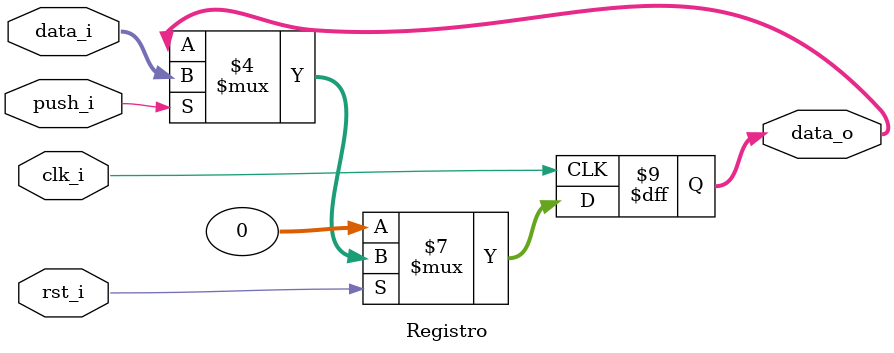
<source format=sv>
`timescale 1ns / 1ps


module Registro #(
    parameter N = 32
    )
    (
    input  logic         clk_i,
    input  logic         rst_i, 
    input  logic         push_i, //Entrada que al ser verdadera entoncer manda el valor a la salida
    input  logic [N-1:0] data_i,
    output logic [N-1:0] data_o
    );
    
    //Se crea el registro parametrizable
    always_ff@(posedge clk_i)begin 
    
        if(!rst_i)begin //Reset
            data_o <= '0;
            
        end else if (push_i)begin // Si recibe el push
            data_o <= data_i;
            
        end else //Si no recibe nada
            data_o <= data_o;
            
    end

endmodule

</source>
